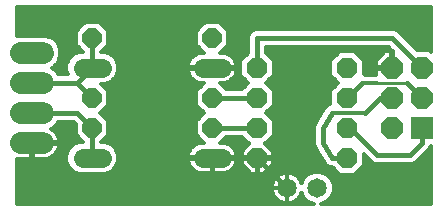
<source format=gbl>
G75*
%MOIN*%
%OFA0B0*%
%FSLAX24Y24*%
%IPPOS*%
%LPD*%
%AMOC8*
5,1,8,0,0,1.08239X$1,22.5*
%
%ADD10OC8,0.0680*%
%ADD11C,0.0650*%
%ADD12C,0.0720*%
%ADD13C,0.0640*%
%ADD14OC8,0.0640*%
%ADD15R,0.0740X0.0740*%
%ADD16OC8,0.0740*%
%ADD17C,0.0160*%
%ADD18C,0.0120*%
%ADD19C,0.0100*%
D10*
X008600Y002415D03*
X008600Y003415D03*
X008600Y004415D03*
X008600Y005415D03*
X011600Y005415D03*
X011600Y004415D03*
X011600Y003415D03*
X011600Y002415D03*
D11*
X010600Y001415D03*
X009600Y001415D03*
D12*
X001460Y002915D02*
X000740Y002915D01*
X000740Y003915D02*
X001460Y003915D01*
X001460Y004915D02*
X000740Y004915D01*
X000740Y005915D02*
X001460Y005915D01*
D13*
X002780Y005415D02*
X003420Y005415D01*
X006780Y005415D02*
X007420Y005415D01*
X007420Y002415D02*
X006780Y002415D01*
X003420Y002415D02*
X002780Y002415D01*
D14*
X003100Y003415D03*
X003100Y004415D03*
X003100Y006415D03*
X007100Y006415D03*
X007100Y004415D03*
X007100Y003415D03*
D15*
X014100Y003415D03*
D16*
X013100Y003415D03*
X013100Y004415D03*
X014100Y004415D03*
X014100Y005415D03*
X013100Y005415D03*
D17*
X013600Y004915D02*
X014100Y004415D01*
X013100Y004415D02*
X012700Y004415D01*
X012200Y003915D01*
X011700Y003415D02*
X012600Y002515D01*
X013700Y002515D01*
X014100Y002915D01*
X014100Y003415D01*
X012100Y004915D02*
X011600Y004415D01*
X011100Y003915D02*
X010800Y003415D01*
X010800Y002915D01*
X011100Y002415D01*
X011600Y002415D01*
X011600Y003415D02*
X011700Y003415D01*
X009600Y001415D02*
X008600Y002415D01*
X007100Y002415D01*
X007100Y003415D02*
X008600Y003415D01*
X008600Y004415D02*
X007100Y004415D01*
X008600Y005415D02*
X008600Y006415D01*
X013100Y006415D01*
X014100Y005415D01*
X003100Y005415D02*
X003100Y006415D01*
X003100Y005415D02*
X002600Y004915D01*
X003100Y004415D01*
X002600Y003915D02*
X003100Y003415D01*
X003100Y002415D01*
X002600Y003915D02*
X001100Y003915D01*
X001100Y004915D02*
X002600Y004915D01*
D18*
X000600Y002393D02*
X000600Y000875D01*
X010480Y000875D01*
X010291Y000953D01*
X010138Y001107D01*
X010078Y001252D01*
X010068Y001222D01*
X010032Y001151D01*
X009985Y001086D01*
X009929Y001030D01*
X009865Y000983D01*
X009794Y000947D01*
X009718Y000923D01*
X009640Y000910D01*
X009609Y000910D01*
X009609Y001406D01*
X009591Y001406D01*
X009591Y000910D01*
X009560Y000910D01*
X009482Y000923D01*
X009406Y000947D01*
X009335Y000983D01*
X009271Y001030D01*
X009215Y001086D01*
X009168Y001151D01*
X009132Y001222D01*
X009107Y001297D01*
X009095Y001376D01*
X009095Y001406D01*
X009591Y001406D01*
X009591Y001424D01*
X009095Y001424D01*
X009095Y001455D01*
X009107Y001534D01*
X009132Y001609D01*
X009168Y001680D01*
X009215Y001744D01*
X009271Y001801D01*
X009335Y001847D01*
X009406Y001883D01*
X009482Y001908D01*
X009560Y001920D01*
X009591Y001920D01*
X009591Y001424D01*
X009609Y001424D01*
X009609Y001920D01*
X009640Y001920D01*
X009718Y001908D01*
X009794Y001883D01*
X009865Y001847D01*
X009929Y001801D01*
X009985Y001744D01*
X010032Y001680D01*
X010068Y001609D01*
X010078Y001579D01*
X010138Y001724D01*
X010291Y001877D01*
X010492Y001960D01*
X010708Y001960D01*
X010909Y001877D01*
X011062Y001724D01*
X011145Y001524D01*
X011145Y001307D01*
X011062Y001107D01*
X010909Y000953D01*
X010720Y000875D01*
X014410Y000875D01*
X014410Y002825D01*
X014387Y002825D01*
X014354Y002745D01*
X014270Y002661D01*
X014270Y002661D01*
X013870Y002261D01*
X013760Y002215D01*
X012540Y002215D01*
X012430Y002261D01*
X012346Y002345D01*
X012346Y002345D01*
X012160Y002531D01*
X012160Y002183D01*
X011832Y001855D01*
X011368Y001855D01*
X011110Y002114D01*
X011085Y002110D01*
X011063Y002115D01*
X011040Y002115D01*
X011006Y002130D01*
X010969Y002139D01*
X010951Y002152D01*
X010930Y002161D01*
X010904Y002188D01*
X010873Y002210D01*
X010862Y002229D01*
X010846Y002245D01*
X010831Y002280D01*
X010562Y002729D01*
X010546Y002745D01*
X010531Y002780D01*
X010512Y002812D01*
X010509Y002835D01*
X010500Y002856D01*
X010500Y002893D01*
X010494Y002930D01*
X010500Y002952D01*
X010500Y003378D01*
X010494Y003400D01*
X010500Y003438D01*
X010500Y003475D01*
X010509Y003496D01*
X010512Y003519D01*
X010531Y003551D01*
X010546Y003585D01*
X010562Y003601D01*
X010873Y004121D01*
X010969Y004192D01*
X011040Y004210D01*
X011040Y004647D01*
X011308Y004915D01*
X011040Y005183D01*
X011040Y005647D01*
X011368Y005975D01*
X011832Y005975D01*
X012160Y005647D01*
X012160Y005215D01*
X012208Y005195D01*
X012550Y005195D01*
X012550Y005375D01*
X013060Y005375D01*
X013060Y005455D01*
X012550Y005455D01*
X012550Y005643D01*
X012872Y005965D01*
X013060Y005965D01*
X013060Y005455D01*
X013140Y005455D01*
X013140Y005951D01*
X012976Y006115D01*
X008900Y006115D01*
X008900Y005907D01*
X009160Y005647D01*
X009160Y005183D01*
X008892Y004915D01*
X009160Y004647D01*
X009160Y004183D01*
X008892Y003915D01*
X009160Y003647D01*
X009160Y003183D01*
X008864Y002887D01*
X009120Y002631D01*
X009120Y002435D01*
X008620Y002435D01*
X008620Y002395D01*
X008620Y001895D01*
X008815Y001895D01*
X009120Y002200D01*
X009120Y002395D01*
X008620Y002395D01*
X008580Y002395D01*
X008580Y001895D01*
X008385Y001895D01*
X008080Y002200D01*
X008080Y002395D01*
X008580Y002395D01*
X008580Y002435D01*
X008080Y002435D01*
X008080Y002631D01*
X008336Y002887D01*
X008108Y003115D01*
X007564Y003115D01*
X007364Y002915D01*
X007459Y002915D01*
X007537Y002903D01*
X007612Y002879D01*
X007682Y002843D01*
X007746Y002797D01*
X007801Y002741D01*
X007848Y002677D01*
X007883Y002607D01*
X007908Y002532D01*
X007920Y002455D01*
X007920Y002435D01*
X007120Y002435D01*
X007120Y002395D01*
X007120Y001915D01*
X007459Y001915D01*
X007537Y001928D01*
X007612Y001952D01*
X007682Y001988D01*
X007746Y002034D01*
X007801Y002090D01*
X007848Y002153D01*
X007883Y002223D01*
X007908Y002298D01*
X007920Y002376D01*
X007920Y002395D01*
X007120Y002395D01*
X007080Y002395D01*
X007080Y001915D01*
X006741Y001915D01*
X006663Y001928D01*
X006588Y001952D01*
X006518Y001988D01*
X006454Y002034D01*
X006399Y002090D01*
X006352Y002153D01*
X006317Y002223D01*
X006292Y002298D01*
X006280Y002376D01*
X006280Y002395D01*
X007080Y002395D01*
X007080Y002435D01*
X006280Y002435D01*
X006280Y002455D01*
X006292Y002532D01*
X006317Y002607D01*
X006352Y002677D01*
X006399Y002741D01*
X006454Y002797D01*
X006518Y002843D01*
X006588Y002879D01*
X006663Y002903D01*
X006741Y002915D01*
X006836Y002915D01*
X006560Y003192D01*
X006560Y003639D01*
X006836Y003915D01*
X006560Y004192D01*
X006560Y004639D01*
X006836Y004915D01*
X006741Y004915D01*
X006663Y004928D01*
X006588Y004952D01*
X006518Y004988D01*
X006454Y005034D01*
X006399Y005090D01*
X006352Y005153D01*
X006317Y005223D01*
X006292Y005298D01*
X006280Y005376D01*
X006280Y005395D01*
X007080Y005395D01*
X007080Y005435D01*
X006280Y005435D01*
X006280Y005455D01*
X006292Y005532D01*
X006317Y005607D01*
X006352Y005677D01*
X006399Y005741D01*
X006454Y005797D01*
X006518Y005843D01*
X006588Y005879D01*
X006663Y005903D01*
X006741Y005915D01*
X006836Y005915D01*
X006560Y006192D01*
X006560Y006639D01*
X006876Y006955D01*
X007324Y006955D01*
X007640Y006639D01*
X007640Y006192D01*
X007364Y005915D01*
X007459Y005915D01*
X007537Y005903D01*
X007612Y005879D01*
X007682Y005843D01*
X007746Y005797D01*
X007801Y005741D01*
X007848Y005677D01*
X007883Y005607D01*
X007908Y005532D01*
X007920Y005455D01*
X007920Y005435D01*
X007120Y005435D01*
X007120Y005395D01*
X007920Y005395D01*
X007920Y005376D01*
X007908Y005298D01*
X007883Y005223D01*
X007848Y005153D01*
X007801Y005090D01*
X007746Y005034D01*
X007682Y004988D01*
X007612Y004952D01*
X007537Y004928D01*
X007459Y004915D01*
X007364Y004915D01*
X007564Y004715D01*
X008108Y004715D01*
X008308Y004915D01*
X008040Y005183D01*
X008040Y005647D01*
X008300Y005907D01*
X008300Y006475D01*
X008346Y006585D01*
X008430Y006670D01*
X008540Y006715D01*
X013160Y006715D01*
X013270Y006670D01*
X013934Y006005D01*
X014344Y006005D01*
X014410Y005940D01*
X014410Y007451D01*
X000600Y007451D01*
X000600Y006485D01*
X000625Y006495D01*
X001575Y006495D01*
X001789Y006407D01*
X001952Y006244D01*
X002040Y006031D01*
X002040Y005800D01*
X001952Y005587D01*
X001789Y005424D01*
X001769Y005415D01*
X001789Y005407D01*
X001952Y005244D01*
X001964Y005215D01*
X002278Y005215D01*
X002240Y005308D01*
X002240Y005523D01*
X002322Y005721D01*
X002474Y005873D01*
X002673Y005955D01*
X002796Y005955D01*
X002560Y006192D01*
X002560Y006639D01*
X002876Y006955D01*
X003324Y006955D01*
X003640Y006639D01*
X003640Y006192D01*
X003404Y005955D01*
X003527Y005955D01*
X003726Y005873D01*
X003878Y005721D01*
X003960Y005523D01*
X003960Y005308D01*
X003878Y005109D01*
X003726Y004958D01*
X003527Y004875D01*
X003404Y004875D01*
X003640Y004639D01*
X003640Y004192D01*
X003364Y003915D01*
X003640Y003639D01*
X003640Y003192D01*
X003404Y002955D01*
X003527Y002955D01*
X003726Y002873D01*
X003878Y002721D01*
X003960Y002523D01*
X003960Y002308D01*
X003878Y002109D01*
X003726Y001958D01*
X003527Y001875D01*
X002673Y001875D01*
X002474Y001958D01*
X002322Y002109D01*
X002240Y002308D01*
X002240Y002523D01*
X002322Y002721D01*
X002474Y002873D01*
X002673Y002955D01*
X002796Y002955D01*
X002560Y003192D01*
X002560Y003531D01*
X002476Y003615D01*
X001964Y003615D01*
X001952Y003587D01*
X001789Y003424D01*
X001713Y003392D01*
X001743Y003377D01*
X001812Y003327D01*
X001872Y003267D01*
X001922Y003198D01*
X001960Y003123D01*
X001987Y003042D01*
X002000Y002958D01*
X002000Y002955D01*
X001140Y002955D01*
X001140Y002875D01*
X001140Y002375D01*
X001502Y002375D01*
X001586Y002389D01*
X001667Y002415D01*
X001743Y002454D01*
X001812Y002503D01*
X001872Y002564D01*
X001922Y002632D01*
X001960Y002708D01*
X001987Y002789D01*
X002000Y002873D01*
X002000Y002875D01*
X001140Y002875D01*
X001060Y002875D01*
X001060Y002375D01*
X000698Y002375D01*
X000614Y002389D01*
X000600Y002393D01*
X000600Y002306D02*
X002241Y002306D01*
X002240Y002424D02*
X001686Y002424D01*
X001851Y002543D02*
X002248Y002543D01*
X002297Y002661D02*
X001937Y002661D01*
X001984Y002780D02*
X002381Y002780D01*
X002535Y002898D02*
X001140Y002898D01*
X001140Y002780D02*
X001060Y002780D01*
X001060Y002661D02*
X001140Y002661D01*
X001140Y002543D02*
X001060Y002543D01*
X001060Y002424D02*
X001140Y002424D01*
X000600Y002187D02*
X002290Y002187D01*
X002363Y002069D02*
X000600Y002069D01*
X000600Y001950D02*
X002491Y001950D01*
X003709Y001950D02*
X006593Y001950D01*
X006419Y002069D02*
X003837Y002069D01*
X003910Y002187D02*
X006335Y002187D01*
X006291Y002306D02*
X003959Y002306D01*
X003960Y002424D02*
X007080Y002424D01*
X007120Y002424D02*
X008580Y002424D01*
X008620Y002424D02*
X010745Y002424D01*
X010816Y002306D02*
X009120Y002306D01*
X009107Y002187D02*
X010904Y002187D01*
X011155Y002069D02*
X008989Y002069D01*
X008870Y001950D02*
X010468Y001950D01*
X010246Y001832D02*
X009886Y001832D01*
X010008Y001713D02*
X010134Y001713D01*
X010084Y001595D02*
X010073Y001595D01*
X009609Y001595D02*
X009591Y001595D01*
X009591Y001713D02*
X009609Y001713D01*
X009609Y001832D02*
X009591Y001832D01*
X009314Y001832D02*
X000600Y001832D01*
X000600Y001713D02*
X009192Y001713D01*
X009127Y001595D02*
X000600Y001595D01*
X000600Y001476D02*
X009098Y001476D01*
X009098Y001358D02*
X000600Y001358D01*
X000600Y001239D02*
X009126Y001239D01*
X009190Y001121D02*
X000600Y001121D01*
X000600Y001002D02*
X009309Y001002D01*
X009591Y001002D02*
X009609Y001002D01*
X009609Y001121D02*
X009591Y001121D01*
X009591Y001239D02*
X009609Y001239D01*
X009609Y001358D02*
X009591Y001358D01*
X009591Y001476D02*
X009609Y001476D01*
X010074Y001239D02*
X010083Y001239D01*
X010132Y001121D02*
X010010Y001121D01*
X009891Y001002D02*
X010242Y001002D01*
X010459Y000884D02*
X000600Y000884D01*
X003665Y002898D02*
X006649Y002898D01*
X006735Y003017D02*
X003465Y003017D01*
X003584Y003135D02*
X006616Y003135D01*
X006560Y003254D02*
X003640Y003254D01*
X003640Y003372D02*
X006560Y003372D01*
X006560Y003491D02*
X003640Y003491D01*
X003640Y003609D02*
X006560Y003609D01*
X006649Y003728D02*
X003551Y003728D01*
X003433Y003846D02*
X006767Y003846D01*
X006787Y003965D02*
X003413Y003965D01*
X003532Y004083D02*
X006668Y004083D01*
X006560Y004202D02*
X003640Y004202D01*
X003640Y004320D02*
X006560Y004320D01*
X006560Y004439D02*
X003640Y004439D01*
X003640Y004557D02*
X006560Y004557D01*
X006597Y004676D02*
X003603Y004676D01*
X003485Y004794D02*
X006715Y004794D01*
X006834Y004913D02*
X003618Y004913D01*
X003800Y005031D02*
X006458Y005031D01*
X006355Y005150D02*
X003895Y005150D01*
X003944Y005268D02*
X006302Y005268D01*
X006280Y005387D02*
X003960Y005387D01*
X003960Y005505D02*
X006288Y005505D01*
X006325Y005624D02*
X003918Y005624D01*
X003857Y005742D02*
X006400Y005742D01*
X006553Y005861D02*
X003738Y005861D01*
X003428Y005979D02*
X006772Y005979D01*
X006654Y006098D02*
X003546Y006098D01*
X003640Y006216D02*
X006560Y006216D01*
X006560Y006335D02*
X003640Y006335D01*
X003640Y006453D02*
X006560Y006453D01*
X006560Y006572D02*
X003640Y006572D01*
X003589Y006690D02*
X006611Y006690D01*
X006730Y006809D02*
X003470Y006809D01*
X003352Y006927D02*
X006848Y006927D01*
X007352Y006927D02*
X014410Y006927D01*
X014410Y006809D02*
X007470Y006809D01*
X007589Y006690D02*
X008480Y006690D01*
X008340Y006572D02*
X007640Y006572D01*
X007640Y006453D02*
X008300Y006453D01*
X008300Y006335D02*
X007640Y006335D01*
X007640Y006216D02*
X008300Y006216D01*
X008300Y006098D02*
X007546Y006098D01*
X007428Y005979D02*
X008300Y005979D01*
X008254Y005861D02*
X007647Y005861D01*
X007800Y005742D02*
X008135Y005742D01*
X008040Y005624D02*
X007875Y005624D01*
X007912Y005505D02*
X008040Y005505D01*
X008040Y005387D02*
X007920Y005387D01*
X007898Y005268D02*
X008040Y005268D01*
X008074Y005150D02*
X007845Y005150D01*
X007742Y005031D02*
X008192Y005031D01*
X008306Y004913D02*
X007366Y004913D01*
X007485Y004794D02*
X008187Y004794D01*
X008894Y004913D02*
X011306Y004913D01*
X011192Y005031D02*
X009008Y005031D01*
X009126Y005150D02*
X011074Y005150D01*
X011040Y005268D02*
X009160Y005268D01*
X009160Y005387D02*
X011040Y005387D01*
X011040Y005505D02*
X009160Y005505D01*
X009160Y005624D02*
X011040Y005624D01*
X011135Y005742D02*
X009065Y005742D01*
X008946Y005861D02*
X011254Y005861D01*
X011946Y005861D02*
X012768Y005861D01*
X012649Y005742D02*
X012065Y005742D01*
X012160Y005624D02*
X012550Y005624D01*
X012550Y005505D02*
X012160Y005505D01*
X012160Y005387D02*
X013060Y005387D01*
X013060Y005505D02*
X013140Y005505D01*
X013140Y005624D02*
X013060Y005624D01*
X013060Y005742D02*
X013140Y005742D01*
X013140Y005861D02*
X013060Y005861D01*
X013112Y005979D02*
X008900Y005979D01*
X008900Y006098D02*
X012993Y006098D01*
X013486Y006453D02*
X014410Y006453D01*
X014410Y006335D02*
X013605Y006335D01*
X013723Y006216D02*
X014410Y006216D01*
X014410Y006098D02*
X013842Y006098D01*
X014370Y005979D02*
X014410Y005979D01*
X014410Y006572D02*
X013368Y006572D01*
X013220Y006690D02*
X014410Y006690D01*
X014410Y007046D02*
X000600Y007046D01*
X000600Y007164D02*
X014410Y007164D01*
X014410Y007283D02*
X000600Y007283D01*
X000600Y007401D02*
X014410Y007401D01*
X012550Y005268D02*
X012160Y005268D01*
X012100Y004915D02*
X012600Y004915D01*
X011187Y004794D02*
X009013Y004794D01*
X009131Y004676D02*
X011069Y004676D01*
X011040Y004557D02*
X009160Y004557D01*
X009160Y004439D02*
X011040Y004439D01*
X011040Y004320D02*
X009160Y004320D01*
X009160Y004202D02*
X011009Y004202D01*
X010851Y004083D02*
X009060Y004083D01*
X008941Y003965D02*
X010780Y003965D01*
X010709Y003846D02*
X008961Y003846D01*
X009079Y003728D02*
X010638Y003728D01*
X010567Y003609D02*
X009160Y003609D01*
X009160Y003491D02*
X010507Y003491D01*
X010500Y003372D02*
X009160Y003372D01*
X009160Y003254D02*
X010500Y003254D01*
X010500Y003135D02*
X009112Y003135D01*
X008993Y003017D02*
X010500Y003017D01*
X010499Y002898D02*
X008875Y002898D01*
X008971Y002780D02*
X010531Y002780D01*
X010603Y002661D02*
X009089Y002661D01*
X009120Y002543D02*
X010674Y002543D01*
X010732Y001950D02*
X011273Y001950D01*
X011066Y001713D02*
X014410Y001713D01*
X014410Y001595D02*
X011116Y001595D01*
X011145Y001476D02*
X014410Y001476D01*
X014410Y001358D02*
X011145Y001358D01*
X011117Y001239D02*
X014410Y001239D01*
X014410Y001121D02*
X011068Y001121D01*
X010958Y001002D02*
X014410Y001002D01*
X014410Y000884D02*
X010741Y000884D01*
X010954Y001832D02*
X014410Y001832D01*
X014410Y001950D02*
X011927Y001950D01*
X012045Y002069D02*
X014410Y002069D01*
X014410Y002187D02*
X012160Y002187D01*
X012160Y002306D02*
X012385Y002306D01*
X012267Y002424D02*
X012160Y002424D01*
X013915Y002306D02*
X014410Y002306D01*
X014410Y002424D02*
X014033Y002424D01*
X014152Y002543D02*
X014410Y002543D01*
X014410Y002661D02*
X014270Y002661D01*
X014369Y002780D02*
X014410Y002780D01*
X012200Y003915D02*
X011100Y003915D01*
X008620Y002306D02*
X008580Y002306D01*
X008580Y002187D02*
X008620Y002187D01*
X008620Y002069D02*
X008580Y002069D01*
X008580Y001950D02*
X008620Y001950D01*
X008330Y001950D02*
X007607Y001950D01*
X007781Y002069D02*
X008211Y002069D01*
X008093Y002187D02*
X007865Y002187D01*
X007909Y002306D02*
X008080Y002306D01*
X008080Y002543D02*
X007904Y002543D01*
X007856Y002661D02*
X008111Y002661D01*
X008229Y002780D02*
X007763Y002780D01*
X007551Y002898D02*
X008325Y002898D01*
X008207Y003017D02*
X007465Y003017D01*
X006437Y002780D02*
X003819Y002780D01*
X003903Y002661D02*
X006344Y002661D01*
X006296Y002543D02*
X003952Y002543D01*
X002735Y003017D02*
X001991Y003017D01*
X001954Y003135D02*
X002616Y003135D01*
X002560Y003254D02*
X001882Y003254D01*
X001750Y003372D02*
X002560Y003372D01*
X002560Y003491D02*
X001856Y003491D01*
X001961Y003609D02*
X002482Y003609D01*
X002256Y005268D02*
X001927Y005268D01*
X001809Y005387D02*
X002240Y005387D01*
X002240Y005505D02*
X001870Y005505D01*
X001967Y005624D02*
X002282Y005624D01*
X002343Y005742D02*
X002016Y005742D01*
X002040Y005861D02*
X002462Y005861D01*
X002772Y005979D02*
X002040Y005979D01*
X002012Y006098D02*
X002654Y006098D01*
X002560Y006216D02*
X001963Y006216D01*
X001861Y006335D02*
X002560Y006335D01*
X002560Y006453D02*
X001677Y006453D01*
X002560Y006572D02*
X000600Y006572D01*
X000600Y006690D02*
X002611Y006690D01*
X002730Y006809D02*
X000600Y006809D01*
X000600Y006927D02*
X002848Y006927D01*
X007080Y002306D02*
X007120Y002306D01*
X007120Y002187D02*
X007080Y002187D01*
X007080Y002069D02*
X007120Y002069D01*
X007120Y001950D02*
X007080Y001950D01*
D19*
X012600Y004915D02*
X013600Y004915D01*
M02*

</source>
